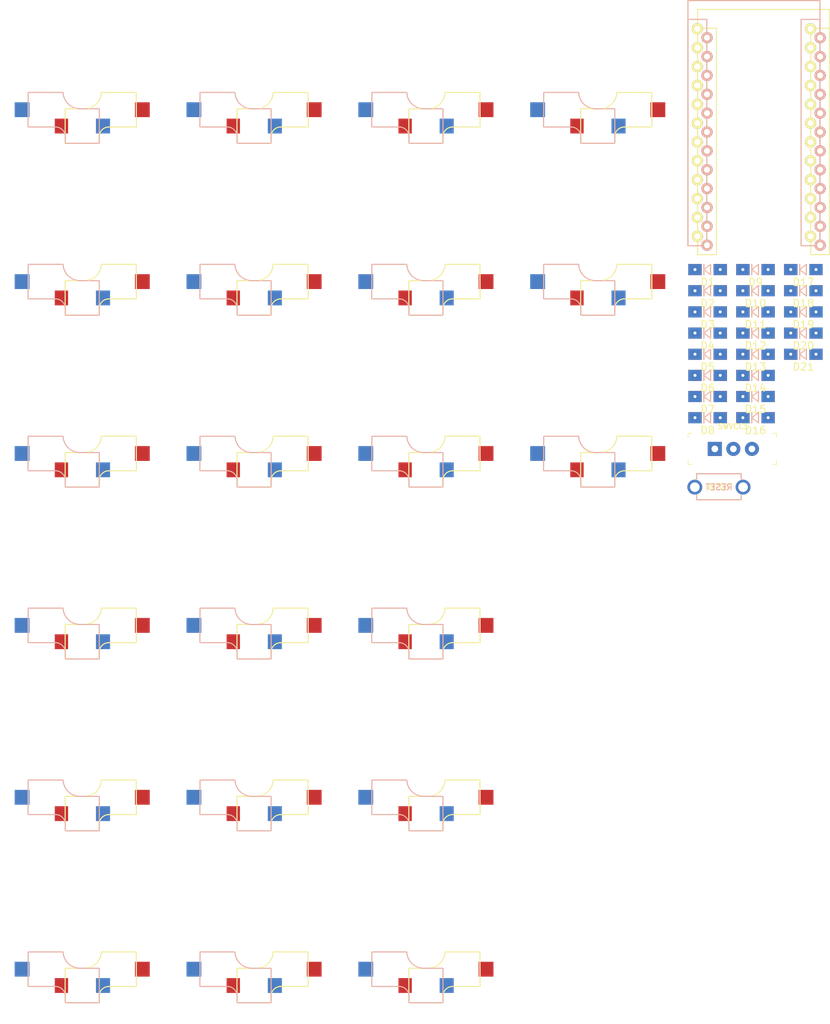
<source format=kicad_pcb>
(kicad_pcb (version 20221018) (generator pcbnew)
  (layers (0 "F.Cu" signal) (31 "B.Cu" signal) (34 "B.Paste" user) (35 "F.Paste" user) (36 "B.SilkS" user "B.Silkscreen") (37 "F.SilkS" user "F.Silkscreen") (38 "B.Mask" user) (39 "F.Mask" user) (44 "Edge.Cuts" user))
  (net 0 "")
  (net 1 "row0")
  (net 2 "Net-(D1-A)")
  (net 3 "Net-(D2-A)")
  (net 4 "Net-(D3-A)")
  (net 5 "Net-(D4-A)")
  (net 6 "Net-(D5-A)")
  (net 7 "Net-(D6-A)")
  (net 8 "row1")
  (net 9 "Net-(D7-A)")
  (net 10 "Net-(D8-A)")
  (net 11 "Net-(D9-A)")
  (net 12 "Net-(D10-A)")
  (net 13 "Net-(D11-A)")
  (net 14 "Net-(D12-A)")
  (net 15 "row2")
  (net 16 "Net-(D13-A)")
  (net 17 "Net-(D14-A)")
  (net 18 "Net-(D15-A)")
  (net 19 "Net-(D16-A)")
  (net 20 "Net-(D17-A)")
  (net 21 "Net-(D18-A)")
  (net 22 "row3")
  (net 23 "Net-(D19-A)")
  (net 24 "Net-(D20-A)")
  (net 25 "Net-(D21-A)")
  (net 26 "col0")
  (net 27 "col1")
  (net 28 "col2")
  (net 29 "col3")
  (net 30 "col4")
  (net 31 "col5")
  (net 32 "reset")
  (net 33 "GND")
  (net 35 "VCC")
  (net 36 "vcc")
  (footprint "corne-alike:Kailh_PG1350" (layer "F.Cu") (at 79.195 145.04)
    (fp_text reference "SW18" hide)
    (fp_text value "SW_PUSH" hide)
    (pad "" np_thru_hole circle (at -5.5 0 90) (size 1.9 1.9) (drill 1.9) (layers "*.Cu" "*.Mask"))
    (pad "" np_thru_hole circle (at -5 3.7 90) (size 3 3) (drill 3) (layers "*.Cu" "*.Mask"))
    (pad "" np_thru_hole circle (at 0 0 90) (size 3.5 3.5) (drill 4) (layers "F&B.Cu" "*.Mask"))
    (pad "" np_thru_hole circle (at 0 5.9 90) (size 3 3) (drill 3) (layers "*.Cu" "*.Mask"))
    (pad "" np_thru_hole circle (at 5 3.7 270) (size 3 3) (drill 3) (layers "F&B.Cu" "*.Mask"))
    (pad "" np_thru_hole circle (at 5.5 0 90) (size 1.9 1.9) (drill 1.9) (layers "*.Cu" "*.Mask"))
    (pad "1" smd rect (at -8.1 3.7 180) (size 2 2) (layers "B.Cu" "B.Paste" "B.Mask") (net 31 "col5"))
    (pad "1" smd rect (at 8.1 3.7 180) (size 2 2) (layers "F.Cu" "F.Paste" "F.Mask") (net 31 "col5"))
    (pad "2" smd rect (at -2.8 5.9 180) (size 1.8 2) (layers "F.Cu" "F.Paste" "F.Mask") (net 21 "Net-(D18-A)"))
    (pad "2" smd rect (at 2.8 5.9 180) (size 1.9 2) (layers "B.Cu" "B.Paste" "B.Mask") (net 21 "Net-(D18-A)"))
  )
  (footprint "corne-alike:D_SOD-123" (layer "F.Cu") (at 117.145 71.62)
    (fp_text reference "D7" (at 0 1.7) (layer "F.SilkS"))
    (fp_text value "1N4148W" hide)
    (pad "1" thru_hole rect (at -1.7 0) (size 1.8 1.5) (drill 0.4) (layers "*.Cu" "*.Mask") (net 8 "row1"))
    (pad "2" thru_hole rect (at 1.7 0) (size 1.8 1.5) (drill 0.4) (layers "*.Cu" "*.Mask") (net 9 "Net-(D7-A)"))
  )
  (footprint "corne-alike:D_SOD-123" (layer "F.Cu") (at 130.045 57.37)
    (fp_text reference "D18" (at 0 1.7) (layer "F.SilkS"))
    (fp_text value "1N4148W" hide)
    (pad "1" thru_hole rect (at -1.7 0) (size 1.8 1.5) (drill 0.4) (layers "*.Cu" "*.Mask") (net 15 "row2"))
    (pad "2" thru_hole rect (at 1.7 0) (size 1.8 1.5) (drill 0.4) (layers "*.Cu" "*.Mask") (net 21 "Net-(D18-A)"))
  )
  (footprint "corne-alike:Kailh_PG1350" (layer "F.Cu") (at 102.345 52.44)
    (fp_text reference "SW20" hide)
    (fp_text value "SW_PUSH" hide)
    (pad "" np_thru_hole circle (at -5.5 0 90) (size 1.9 1.9) (drill 1.9) (layers "*.Cu" "*.Mask"))
    (pad "" np_thru_hole circle (at -5 3.7 90) (size 3 3) (drill 3) (layers "*.Cu" "*.Mask"))
    (pad "" np_thru_hole circle (at 0 0 90) (size 3.5 3.5) (drill 4) (layers "F&B.Cu" "*.Mask"))
    (pad "" np_thru_hole circle (at 0 5.9 90) (size 3 3) (drill 3) (layers "*.Cu" "*.Mask"))
    (pad "" np_thru_hole circle (at 5 3.7 270) (size 3 3) (drill 3) (layers "F&B.Cu" "*.Mask"))
    (pad "" np_thru_hole circle (at 5.5 0 90) (size 1.9 1.9) (drill 1.9) (layers "*.Cu" "*.Mask"))
    (pad "1" smd rect (at -8.1 3.7 180) (size 2 2) (layers "B.Cu" "B.Paste" "B.Mask") (net 30 "col4"))
    (pad "1" smd rect (at 8.1 3.7 180) (size 2 2) (layers "F.Cu" "F.Paste" "F.Mask") (net 30 "col4"))
    (pad "2" smd rect (at -2.8 5.9 180) (size 1.8 2) (layers "F.Cu" "F.Paste" "F.Mask") (net 24 "Net-(D20-A)"))
    (pad "2" smd rect (at 2.8 5.9 180) (size 1.9 2) (layers "B.Cu" "B.Paste" "B.Mask") (net 24 "Net-(D20-A)"))
  )
  (footprint "corne-alike:D_SOD-123" (layer "F.Cu") (at 117.145 63.07)
    (fp_text reference "D4" (at 0 1.7) (layer "F.SilkS"))
    (fp_text value "1N4148W" hide)
    (pad "1" thru_hole rect (at -1.7 0) (size 1.8 1.5) (drill 0.4) (layers "*.Cu" "*.Mask") (net 1 "row0"))
    (pad "2" thru_hole rect (at 1.7 0) (size 1.8 1.5) (drill 0.4) (layers "*.Cu" "*.Mask") (net 5 "Net-(D4-A)"))
  )
  (footprint "corne-alike:Kailh_PG1350" (layer "F.Cu") (at 79.195 98.74)
    (fp_text reference "SW16" hide)
    (fp_text value "SW_PUSH" hide)
    (pad "" np_thru_hole circle (at -5.5 0 90) (size 1.9 1.9) (drill 1.9) (layers "*.Cu" "*.Mask"))
    (pad "" np_thru_hole circle (at -5 3.7 90) (size 3 3) (drill 3) (layers "*.Cu" "*.Mask"))
    (pad "" np_thru_hole circle (at 0 0 90) (size 3.5 3.5) (drill 4) (layers "F&B.Cu" "*.Mask"))
    (pad "" np_thru_hole circle (at 0 5.9 90) (size 3 3) (drill 3) (layers "*.Cu" "*.Mask"))
    (pad "" np_thru_hole circle (at 5 3.7 270) (size 3 3) (drill 3) (layers "F&B.Cu" "*.Mask"))
    (pad "" np_thru_hole circle (at 5.5 0 90) (size 1.9 1.9) (drill 1.9) (layers "*.Cu" "*.Mask"))
    (pad "1" smd rect (at -8.1 3.7 180) (size 2 2) (layers "B.Cu" "B.Paste" "B.Mask") (net 29 "col3"))
    (pad "1" smd rect (at 8.1 3.7 180) (size 2 2) (layers "F.Cu" "F.Paste" "F.Mask") (net 29 "col3"))
    (pad "2" smd rect (at -2.8 5.9 180) (size 1.8 2) (layers "F.Cu" "F.Paste" "F.Mask") (net 19 "Net-(D16-A)"))
    (pad "2" smd rect (at 2.8 5.9 180) (size 1.9 2) (layers "B.Cu" "B.Paste" "B.Mask") (net 19 "Net-(D16-A)"))
  )
  (footprint "corne-alike:D_SOD-123" (layer "F.Cu") (at 123.595 60.22)
    (fp_text reference "D11" (at 0 1.7) (layer "F.SilkS"))
    (fp_text value "1N4148W" hide)
    (pad "1" thru_hole rect (at -1.7 0) (size 1.8 1.5) (drill 0.4) (layers "*.Cu" "*.Mask") (net 8 "row1"))
    (pad "2" thru_hole rect (at 1.7 0) (size 1.8 1.5) (drill 0.4) (layers "*.Cu" "*.Mask") (net 13 "Net-(D11-A)"))
  )
  (footprint "corne-alike:Kailh_PG1350" (layer "F.Cu") (at 79.195 52.44)
    (fp_text reference "SW14" hide)
    (fp_text value "SW_PUSH" hide)
    (pad "" np_thru_hole circle (at -5.5 0 90) (size 1.9 1.9) (drill 1.9) (layers "*.Cu" "*.Mask"))
    (pad "" np_thru_hole circle (at -5 3.7 90) (size 3 3) (drill 3) (layers "*.Cu" "*.Mask"))
    (pad "" np_thru_hole circle (at 0 0 90) (size 3.5 3.5) (drill 4) (layers "F&B.Cu" "*.Mask"))
    (pad "" np_thru_hole circle (at 0 5.9 90) (size 3 3) (drill 3) (layers "*.Cu" "*.Mask"))
    (pad "" np_thru_hole circle (at 5 3.7 270) (size 3 3) (drill 3) (layers "F&B.Cu" "*.Mask"))
    (pad "" np_thru_hole circle (at 5.5 0 90) (size 1.9 1.9) (drill 1.9) (layers "*.Cu" "*.Mask"))
    (pad "1" smd rect (at -8.1 3.7 180) (size 2 2) (layers "B.Cu" "B.Paste" "B.Mask") (net 27 "col1"))
    (pad "1" smd rect (at 8.1 3.7 180) (size 2 2) (layers "F.Cu" "F.Paste" "F.Mask") (net 27 "col1"))
    (pad "2" smd rect (at -2.8 5.9 180) (size 1.8 2) (layers "F.Cu" "F.Paste" "F.Mask") (net 17 "Net-(D14-A)"))
    (pad "2" smd rect (at 2.8 5.9 180) (size 1.9 2) (layers "B.Cu" "B.Paste" "B.Mask") (net 17 "Net-(D14-A)"))
  )
  (footprint "corne-alike:D_SOD-123" (layer "F.Cu") (at 117.145 57.37)
    (fp_text reference "D2" (at 0 1.7) (layer "F.SilkS"))
    (fp_text value "1N4148W" hide)
    (pad "1" thru_hole rect (at -1.7 0) (size 1.8 1.5) (drill 0.4) (layers "*.Cu" "*.Mask") (net 1 "row0"))
    (pad "2" thru_hole rect (at 1.7 0) (size 1.8 1.5) (drill 0.4) (layers "*.Cu" "*.Mask") (net 3 "Net-(D2-A)"))
  )
  (footprint "corne-alike:Kailh_PG1350" (layer "F.Cu") (at 32.895 52.44)
    (fp_text reference "SW2" hide)
    (fp_text value "SW_PUSH" hide)
    (pad "" np_thru_hole circle (at -5.5 0 90) (size 1.9 1.9) (drill 1.9) (layers "*.Cu" "*.Mask"))
    (pad "" np_thru_hole circle (at -5 3.7 90) (size 3 3) (drill 3) (layers "*.Cu" "*.Mask"))
    (pad "" np_thru_hole circle (at 0 0 90) (size 3.5 3.5) (drill 4) (layers "F&B.Cu" "*.Mask"))
    (pad "" np_thru_hole circle (at 0 5.9 90) (size 3 3) (drill 3) (layers "*.Cu" "*.Mask"))
    (pad "" np_thru_hole circle (at 5 3.7 270) (size 3 3) (drill 3) (layers "F&B.Cu" "*.Mask"))
    (pad "" np_thru_hole circle (at 5.5 0 90) (size 1.9 1.9) (drill 1.9) (layers "*.Cu" "*.Mask"))
    (pad "1" smd rect (at -8.1 3.7 180) (size 2 2) (layers "B.Cu" "B.Paste" "B.Mask") (net 27 "col1"))
    (pad "1" smd rect (at 8.1 3.7 180) (size 2 2) (layers "F.Cu" "F.Paste" "F.Mask") (net 27 "col1"))
    (pad "2" smd rect (at -2.8 5.9 180) (size 1.8 2) (layers "F.Cu" "F.Paste" "F.Mask") (net 3 "Net-(D2-A)"))
    (pad "2" smd rect (at 2.8 5.9 180) (size 1.9 2) (layers "B.Cu" "B.Paste" "B.Mask") (net 3 "Net-(D2-A)"))
  )
  (footprint "corne-alike:D_SOD-123" (layer "F.Cu") (at 123.595 57.37)
    (fp_text reference "D10" (at 0 1.7) (layer "F.SilkS"))
    (fp_text value "1N4148W" hide)
    (pad "1" thru_hole rect (at -1.7 0) (size 1.8 1.5) (drill 0.4) (layers "*.Cu" "*.Mask") (net 8 "row1"))
    (pad "2" thru_hole rect (at 1.7 0) (size 1.8 1.5) (drill 0.4) (layers "*.Cu" "*.Mask") (net 12 "Net-(D10-A)"))
  )
  (footprint "corne-alike:D_SOD-123" (layer "F.Cu") (at 130.045 60.22)
    (fp_text reference "D19" (at 0 1.7) (layer "F.SilkS"))
    (fp_text value "1N4148W" hide)
    (pad "1" thru_hole rect (at -1.7 0) (size 1.8 1.5) (drill 0.4) (layers "*.Cu" "*.Mask") (net 22 "row3"))
    (pad "2" thru_hole rect (at 1.7 0) (size 1.8 1.5) (drill 0.4) (layers "*.Cu" "*.Mask") (net 23 "Net-(D19-A)"))
  )
  (footprint "corne-alike:D_SOD-123" (layer "F.Cu") (at 117.145 54.52)
    (fp_text reference "D1" (at 0 1.7) (layer "F.SilkS"))
    (fp_text value "1N4148W" hide)
    (pad "1" thru_hole rect (at -1.7 0) (size 1.8 1.5) (drill 0.4) (layers "*.Cu" "*.Mask") (net 1 "row0"))
    (pad "2" thru_hole rect (at 1.7 0) (size 1.8 1.5) (drill 0.4) (layers "*.Cu" "*.Mask") (net 2 "Net-(D1-A)"))
  )
  (footprint "corne-alike:SW_TVBP06" (layer "F.Cu") (at 118.67 83.82)
    (fp_text reference "SWRST1" hide)
    (fp_text value "SW_PUSH" hide)
    (fp_text user "RESET" (at 0 0) (layer "B.SilkS") (effects (font (size 0.8 0.8)) (justify mirror)))
    (fp_text user "RESET" (at 0 0 -180) (layer "F.SilkS") (effects (font (size 0.8 0.8))))
    (pad "1" thru_hole circle (at -3.25 0) (size 2 2) (drill 1.3) (layers "*.Cu" "*.Mask") (net 32 "reset"))
    (pad "2" thru_hole circle (at 3.25 0) (size 2 2) (drill 1.3) (layers "*.Cu" "*.Mask") (net 33 "GND"))
  )
  (footprint "corne-alike:D_SOD-123" (layer "F.Cu") (at 123.595 65.92)
    (fp_text reference "D13" (at 0 1.7) (layer "F.SilkS"))
    (fp_text value "1N4148W" hide)
    (pad "1" thru_hole rect (at -1.7 0) (size 1.8 1.5) (drill 0.4) (layers "*.Cu" "*.Mask") (net 15 "row2"))
    (pad "2" thru_hole rect (at 1.7 0) (size 1.8 1.5) (drill 0.4) (layers "*.Cu" "*.Mask") (net 16 "Net-(D13-A)"))
  )
  (footprint "corne-alike:D_SOD-123" (layer "F.Cu") (at 123.595 71.62)
    (fp_text reference "D15" (at 0 1.7) (layer "F.SilkS"))
    (fp_text value "1N4148W" hide)
    (pad "1" thru_hole rect (at -1.7 0) (size 1.8 1.5) (drill 0.4) (layers "*.Cu" "*.Mask") (net 15 "row2"))
    (pad "2" thru_hole rect (at 1.7 0) (size 1.8 1.5) (drill 0.4) (layers "*.Cu" "*.Mask") (net 18 "Net-(D15-A)"))
  )
  (footprint "corne-alike:Kailh_PG1350" (layer "F.Cu") (at 32.895 98.74)
    (fp_text reference "SW4" hide)
    (fp_text value "SW_PUSH" hide)
    (pad "" np_thru_hole circle (at -5.5 0 90) (size 1.9 1.9) (drill 1.9) (layers "*.Cu" "*.Mask"))
    (pad "" np_thru_hole circle (at -5 3.7 90) (size 3 3) (drill 3) (layers "*.Cu" "*.Mask"))
    (pad "" np_thru_hole circle (at 0 0 90) (size 3.5 3.5) (drill 4) (layers "F&B.Cu" "*.Mask"))
    (pad "" np_thru_hole circle (at 0 5.9 90) (size 3 3) (drill 3) (layers "*.Cu" "*.Mask"))
    (pad "" np_thru_hole circle (at 5 3.7 270) (size 3 3) (drill 3) (layers "F&B.Cu" "*.Mask"))
    (pad "" np_thru_hole circle (at 5.5 0 90) (size 1.9 1.9) (drill 1.9) (layers "*.Cu" "*.Mask"))
    (pad "1" smd rect (at -8.1 3.7 180) (size 2 2) (layers "B.Cu" "B.Paste" "B.Mask") (net 29 "col3"))
    (pad "1" smd rect (at 8.1 3.7 180) (size 2 2) (layers "F.Cu" "F.Paste" "F.Mask") (net 29 "col3"))
    (pad "2" smd rect (at -2.8 5.9 180) (size 1.8 2) (layers "F.Cu" "F.Paste" "F.Mask") (net 5 "Net-(D4-A)"))
    (pad "2" smd rect (at 2.8 5.9 180) (size 1.9 2) (layers "B.Cu" "B.Paste" "B.Mask") (net 5 "Net-(D4-A)"))
  )
  (footprint "corne-alike:Kailh_PG1350" (layer "F.Cu") (at 32.895 29.29)
    (fp_text reference "SW1" hide)
    (fp_text value "SW_PUSH" hide)
    (pad "" np_thru_hole circle (at -5.5 0 90) (size 1.9 1.9) (drill 1.9) (layers "*.Cu" "*.Mask"))
    (pad "" np_thru_hole circle (at -5 3.7 90) (size 3 3) (drill 3) (layers "*.Cu" "*.Mask"))
    (pad "" np_thru_hole circle (at 0 0 90) (size 3.5 3.5) (drill 4) (layers "F&B.Cu" "*.Mask"))
    (pad "" np_thru_hole circle (at 0 5.9 90) (size 3 3) (drill 3) (layers "*.Cu" "*.Mask"))
    (pad "" np_thru_hole circle (at 5 3.7 270) (size 3 3) (drill 3) (layers "F&B.Cu" "*.Mask"))
    (pad "" np_thru_hole circle (at 5.5 0 90) (size 1.9 1.9) (drill 1.9) (layers "*.Cu" "*.Mask"))
    (pad "1" smd rect (at -8.1 3.7 180) (size 2 2) (layers "B.Cu" "B.Paste" "B.Mask") (net 26 "col0"))
    (pad "1" smd rect (at 8.1 3.7 180) (size 2 2) (layers "F.Cu" "F.Paste" "F.Mask") (net 26 "col0"))
    (pad "2" smd rect (at -2.8 5.9 180) (size 1.8 2) (layers "F.Cu" "F.Paste" "F.Mask") (net 2 "Net-(D1-A)"))
    (pad "2" smd rect (at 2.8 5.9 180) (size 1.9 2) (layers "B.Cu" "B.Paste" "B.Mask") (net 2 "Net-(D1-A)"))
  )
  (footprint "corne-alike:D_SOD-123" (layer "F.Cu") (at 130.045 63.07)
    (fp_text reference "D20" (at 0 1.7) (layer "F.SilkS"))
    (fp_text value "1N4148W" hide)
    (pad "1" thru_hole rect (at -1.7 0) (size 1.8 1.5) (drill 0.4) (layers "*.Cu" "*.Mask") (net 22 "row3"))
    (pad "2" thru_hole rect (at 1.7 0) (size 1.8 1.5) (drill 0.4) (layers "*.Cu" "*.Mask") (net 24 "Net-(D20-A)"))
  )
  (footprint "corne-alike:nice_nano" (layer "F.Cu") (at 124.585 36.87)
    (fp_text reference "U1" hide)
    (fp_text value "nice_nano" hide)
    (pad "1" thru_hole circle (at -8.82 -14.77) (size 1.524 1.524) (drill 0.8128) (layers "*.Cu" "*.Mask" "F.SilkS"))
    (pad "1" thru_hole circle (at 7.718815 -13.574255 180) (size 1.524 1.524) (drill 0.8128) (layers "*.Cu" "*.Mask" "B.SilkS"))
    (pad "2" thru_hole circle (at -8.82 -12.23) (size 1.524 1.524) (drill 0.8128) (layers "*.Cu" "*.Mask" "F.SilkS"))
    (pad "2" thru_hole circle (at 7.718815 -11.034255 180) (size 1.524 1.524) (drill 0.8128) (layers "*.Cu" "*.Mask" "B.SilkS"))
    (pad "3" thru_hole circle (at -8.82 -9.69) (size 1.524 1.524) (drill 0.8128) (layers "*.Cu" "*.Mask" "F.SilkS") (net 33 "GND"))
    (pad "3" thru_hole circle (at 7.718815 -8.494255 180) (size 1.524 1.524) (drill 0.8128) (layers "*.Cu" "*.Mask" "B.SilkS") (net 33 "GND"))
    (pad "4" thru_hole circle (at -8.82 -7.15) (size 1.524 1.524) (drill 0.8128) (layers "*.Cu" "*.Mask" "F.SilkS") (net 33 "GND"))
    (pad "4" thru_hole circle (at 7.718815 -5.954255 180) (size 1.524 1.524) (drill 0.8128) (layers "*.Cu" "*.Mask" "B.SilkS") (net 33 "GND"))
    (pad "5" thru_hole circle (at -8.82 -4.61) (size 1.524 1.524) (drill 0.8128) (layers "*.Cu" "*.Mask" "F.SilkS"))
    (pad "5" thru_hole circle (at 7.718815 -3.414255 180) (size 1.524 1.524) (drill 0.8128) (layers "*.Cu" "*.Mask" "B.SilkS"))
    (pad "6" thru_hole circle (at -8.82 -2.07) (size 1.524 1.524) (drill 0.8128) (layers "*.Cu" "*.Mask" "F.SilkS"))
    (pad "6" thru_hole circle (at 7.718815 -0.874255 180) (size 1.524 1.524) (drill 0.8128) (layers "*.Cu" "*.Mask" "B.SilkS"))
    (pad "7" thru_hole circle (at -8.82 0.47) (size 1.524 1.524) (drill 0.8128) (layers "*.Cu" "*.Mask" "F.SilkS") (net 1 "row0"))
    (pad "7" thru_hole circle (at 7.718815 1.665745 180) (size 1.524 1.524) (drill 0.8128) (layers "*.Cu" "*.Mask" "B.SilkS") (net 1 "row0"))
    (pad "8" thru_hole circle (at -8.82 3.01) (size 1.524 1.524) (drill 0.8128) (layers "*.Cu" "*.Mask" "F.SilkS") (net 8 "row1"))
    (pad "8" thru_hole circle (at 7.718815 4.205745 180) (size 1.524 1.524) (drill 0.8128) (layers "*.Cu" "*.Mask" "B.SilkS") (net 8 "row1"))
    (pad "9" thru_hole circle (at -8.82 5.55) (size 1.524 1.524) (drill 0.8128) (layers "*.Cu" "*.Mask" "F.SilkS") (net 15 "row2"))
    (pad "9" thru_hole circle (at 7.718815 6.745745 180) (size 1.524 1.524) (drill 0.8128) (layers "*.Cu" "*.Mask" "B.SilkS") (net 15 "row2"))
    (pad "10" thru_hole circle (at -8.82 8.09) (size 1.524 1.524) (drill 0.8128) (layers "*.Cu" "*.Mask" "F.SilkS") (net 22 "row3"))
    (pad "10" thru_hole circle (at 7.718815 9.285745 180) (size 1.524 1.524) (drill 0.8128) (layers "*.Cu" "*.Mask" "B.SilkS") (net 22 "row3"))
    (pad "11" thru_hole circle (at -8.82 10.63) (size 1.524 1.524) (drill 0.8128) (layers "*.Cu" "*.Mask" "F.SilkS"))
    (pad "11" thru_hole circle (at 7.718815 11.825745 180) (size 1.524 1.524) (drill 0.8128) (layers "*.Cu" "*.Mask" "B.SilkS"))
    (pad "12" thru_hole circle (at -8.82 13.17) (size 1.524 1.524) (drill 0.8128) (layers "*.Cu" "*.Mask" "F.SilkS"))
    (pad "12" thru_hole circle (at 7.718815 14.365745 180) (size 1.524 1.524) (drill 0.8128) (layers "*.Cu" "*.Mask" "B.SilkS"))
    (pad "13" thru_hole circle (at -7.521185 14.365745 180) (size 1.524 1.524) (drill 0.8128) (layers "*.Cu" "*.Mask" "B.SilkS"))
    (pad "13" thru_hole circle (at 6.42 13.17) (size 1.524 1.524) (drill 0.8128) (layers "*.Cu" "*.Mask" "F.SilkS"))
    (pad "14" thru_hole circle (at -7.521185 11.825745 180) (size 1.524 1.524) (drill 0.8128) (layers "*.Cu" "*.Mask" "B.SilkS"))
    (pad "14" thru_hole circle (at 6.42 10.63) (size 1.524 1.524) (drill 0.8128) (layers "*.Cu" "*.Mask" "F.SilkS"))
    (pad "15" thru_hole circle (at -7.521185 9.285745 180) (size 1.524 1.524) (drill 0.8128) (layers "*.Cu" "*.Mask" "B.SilkS") (net 31 "col5"))
    (pad "15" thru_hole circle (at 6.42 8.09) (size 1.524 1.524) (drill 0.8128) (layers "*.Cu" "*.Mask" "F.SilkS") (net 31 "col5"))
    (pad "16" thru_hole circle (at -7.521185 6.745745 180) (size 1.524 1.524) (drill 0.8128) (layers "*.Cu" "*.Mask" "B.SilkS") (net 30 "col4"))
    (pad "16" thru_hole circle (at 6.42 5.55) (size 1.524 1.524) (drill 0.8128) (layers "*.Cu" "*.Mask" "F.SilkS") (net 30 "col4"))
    (pad "17" thru_hole circle (at -7.521185 4.205745 180) (size 1.524 1.524) (drill 0.8128) (layers "*.Cu" "*.Mask" "B.SilkS") (net 29 "col3"))
    (pad "17" thru_hole circle (at 6.42 3.01) (size 1.524 1.524) (drill 0.8128) (layers "*.Cu" "*.Mask" "F.SilkS") (net 29 "col3"))
    (pad "18" thru_hole circle (at -7.521185 1.665745 180) (size 1.524 1.524) (drill 0.8128) (layers "*.Cu" "*.Mask" "B.SilkS") (net 28 "col2"))
    (pad "18" thru_hole circle (at 6.42 0.47) (size 1.524 1.524) (drill 0.8128) (layers "*.Cu" "*.Mask" "F.SilkS") (net 28 "col2"))
    (pad "19" thru_hole circle (at -7.521185 -0.874255 180) (size 1.524 1.524) (drill 0.8128) (layers "*.Cu" "*.Mask" "B.SilkS") (net 27 "col1"))
    (pad "19" thru_hole circle (at 6.42 -2.07) (size 1.524 1.524) (drill 0.8128) (layers "*.Cu" "*.Mask" "F.SilkS") (net 27 "col1"))
    (pad "20" thru_hole circle (at -7.521185 -3.414255 180) (size 1.524 1.524) (drill 0.8128) (layers "*.Cu" "*.Mask" "B.SilkS") (net 26 "col0"))
    (pad "20" thru_hole circle (at 6.42 -4.61) (size 1.524 1.524) (drill 0.8128) (layers "*.Cu" "*.Mask" "F.SilkS") (net 26 "col0"))
    (pad "21" thru_hole circle (at -7.521185 -5.954255 180) (size 1.524 1.524) (drill 0.8128) (layers "*.Cu" "*.Mask" "B.SilkS") (net 36 "vcc"))
    (pad "21" thru_hole circle (at 6.42 -7.15) (size 1.524 1.524) (drill 0.8128) (layers "*.Cu" "*.Mask" "F.SilkS") (net 36 "vcc"))
    (pad "22" thru_hole circle (at -7.521185 -8.494255 180) (size 1.524 1.524) (drill 0.8128) (layers "*.Cu" "*.Mask" "B.SilkS") (net 32 "reset"))
    (pad "22" thru_hole circle (at 6.42 -9.69) (size 1.524 1.524) (drill 0.8128) (layers "*.Cu" "*.Mask" "F.SilkS") (net 32 "reset"))
    (pad "23" thru_hole circle (at -7.521185 -11.034255 180) (size 1.524 1.524) (drill 0.8128) (layers "*.Cu" "*.Mask" "B.SilkS") (net 33 "GND"))
    (pad "23" thru_hole circle (at 6.42 -12.23) (size 1.524 1.524) (drill 0.8128) (layers "*.Cu" "*.Mask" "F.SilkS") (net 33 "GND"))
    (pad "24" thru_hole circle (at -7.521185 -13.574255 180) (size 1.524 1.524) (drill 0.8128) (layers "*.Cu" "*.Mask" "B.SilkS"))
    (pad "24" thru_hole circle (at 6.42 -14.77) (size 1.524 1.524) (drill 0.8128) (layers "*.Cu" "*.Mask" "F.SilkS"))
  )
  (footprint "corne-alike:Kailh_PG1350" (layer "F.Cu") (at 56.045 98.74)
    (fp_text reference "SW10" hide)
    (fp_text value "SW_PUSH" hide)
    (pad "" np_thru_hole circle (at -5.5 0 90) (size 1.9 1.9) (drill 1.9) (layers "*.Cu" "*.Mask"))
    (pad "" np_thru_hole circle (at -5 3.7 90) (size 3 3) (drill 3) (layers "*.Cu" "*.Mask"))
    (pad "" np_thru_hole circle (at 0 0 90) (size 3.5 3.5) (drill 4) (layers "F&B.Cu" "*.Mask"))
    (pad "" np_thru_hole circle (at 0 5.9 90) (size 3 3) (drill 3) (layers "*.Cu" "*.Mask"))
    (pad "" np_thru_hole circle (at 5 3.7 270) (size 3 3) (drill 3) (layers "F&B.Cu" "*.Mask"))
    (pad "" np_thru_hole circle (at 5.5 0 90) (size 1.9 1.9) (drill 1.9) (layers "*.Cu" "*.Mask"))
    (pad "1" smd rect (at -8.1 3.7 180) (size 2 2) (layers "B.Cu" "B.Paste" "B.Mask") (net 29 "col3"))
    (pad "1" smd rect (at 8.1 3.7 180) (size 2 2) (layers "F.Cu" "F.Paste" "F.Mask") (net 29 "col3"))
    (pad "2" smd rect (at -2.8 5.9 180) (size 1.8 2) (layers "F.Cu" "F.Paste" "F.Mask") (net 12 "Net-(D10-A)"))
    (pad "2" smd rect (at 2.8 5.9 180) (size 1.9 2) (layers "B.Cu" "B.Paste" "B.Mask") (net 12 "Net-(D10-A)"))
  )
  (footprint "corne-alike:D_SOD-123" (layer "F.Cu") (at 117.145 60.22)
    (fp_text reference "D3" (at 0 1.7) (layer "F.SilkS"))
    (fp_text value "1N4148W" hide)
    (pad "1" thru_hole rect (at -1.7 0) (size 1.8 1.5) (drill 0.4) (layers "*.Cu" "*.Mask") (net 1 "row0"))
    (pad "2" thru_hole rect (at 1.7 0) (size 1.8 1.5) (drill 0.4) (layers "*.Cu" "*.Mask") (net 4 "Net-(D3-A)"))
  )
  (footprint "corne-alike:Kailh_PG1350" (layer "F.Cu") (at 79.195 29.29)
    (fp_text reference "SW13" hide)
    (fp_text value "SW_PUSH" hide)
    (pad "" np_thru_hole circle (at -5.5 0 90) (size 1.9 1.9) (drill 1.9) (layers "*.Cu" "*.Mask"))
    (pad "" np_thru_hole circle (at -5 3.7 90) (size 3 3) (drill 3) (layers "*.Cu" "*.Mask"))
    (pad "" np_thru_hole circle (at 0 0 90) (size 3.5 3.5) (drill 4) (layers "F&B.Cu" "*.Mask"))
    (pad "" np_thru_hole circle (at 0 5.9 90) (size 3 3) (drill 3) (layers "*.Cu" "*.Mask"))
    (pad "" np_thru_hole circle (at 5 3.7 270) (size 3 3) (drill 3) (layers "F&B.Cu" "*.Mask"))
    (pad "" np_thru_hole circle (at 5.5 0 90) (size 1.9 1.9) (drill 1.9) (layers "*.Cu" "*.Mask"))
    (pad "1" smd rect (at -8.1 3.7 180) (size 2 2) (layers "B.Cu" "B.Paste" "B.Mask") (net 26 "col0"))
    (pad "1" smd rect (at 8.1 3.7 180) (size 2 2) (layers "F.Cu" "F.Paste" "F.Mask") (net 26 "col0"))
    (pad "2" smd rect (at -2.8 5.9 180) (size 1.8 2) (layers "F.Cu" "F.Paste" "F.Mask") (net 16 "Net-(D13-A)"))
    (pad "2" smd rect (at 2.8 5.9 180) (size 1.9 2) (layers "B.Cu" "B.Paste" "B.Mask") (net 16 "Net-(D13-A)"))
  )
  (footprint "corne-alike:D_SOD-123" (layer "F.Cu") (at 123.595 74.47)
    (fp_text reference "D16" (at 0 1.7) (layer "F.SilkS"))
    (fp_text value "1N4148W" hide)
    (pad "1" thru_hole rect (at -1.7 0) (size 1.8 1.5) (drill 0.4) (layers "*.Cu" "*.Mask") (net 15 "row2"))
    (pad "2" thru_hole rect (at 1.7 0) (size 1.8 1.5) (drill 0.4) (layers "*.Cu" "*.Mask") (net 19 "Net-(D16-A)"))
  )
  (footprint "corne-alike:Kailh_PG1350" (layer "F.Cu") (at 56.045 75.59)
    (fp_text reference "SW9" hide)
    (fp_text value "SW_PUSH" hide)
    (pad "" np_thru_hole circle (at -5.5 0 90) (size 1.9 1.9) (drill 1.9) (layers "*.Cu" "*.Mask"))
    (pad "" np_thru_hole circle (at -5 3.7 90) (size 3 3) (drill 3) (layers "*.Cu" "*.Mask"))
    (pad "" np_thru_hole circle (at 0 0 90) (size 3.5 3.5) (drill 4) (layers "F&B.Cu" "*.Mask"))
    (pad "" np_thru_hole circle (at 0 5.9 90) (size 3 3) (drill 3) (layers "*.Cu" "*.Mask"))
    (pad "" np_thru_hole circle (at 5 3.7 270) (size 3 3) (drill 3) (layers "F&B.Cu" "*.Mask"))
    (pad "" np_thru_hole circle (at 5.5 0 90) (size 1.9 1.9) (drill 1.9) (layers "*.Cu" "*.Mask"))
    (pad "1" smd rect (at -8.1 3.7 180) (size 2 2) (layers "B.Cu" "B.Paste" "B.Mask") (net 28 "col2"))
    (pad "1" smd rect (at 8.1 3.7 180) (size 2 2) (layers "F.Cu" "F.Paste" "F.Mask") (net 28 "col2"))
    (pad "2" smd rect (at -2.8 5.9 180) (size 1.8 2) (layers "F.Cu" "F.Paste" "F.Mask") (net 11 "Net-(D9-A)"))
    (pad "2" smd rect (at 2.8 5.9 180) (size 1.9 2) (layers "B.Cu" "B.Paste" "B.Mask") (net 11 "Net-(D9-A)"))
  )
  (footprint "corne-alike:Kailh_PG1350" (layer "F.Cu") (at 56.045 29.29)
    (fp_text reference "SW7" hide)
    (fp_text value "SW_PUSH" hide)
    (pad "" np_thru_hole circle (at -5.5 0 90) (size 1.9 1.9) (drill 1.9) (layers "*.Cu" "*.Mask"))
    (pad "" np_thru_hole circle (at -5 3.7 90) (size 3 3) (drill 3) (layers "*.Cu" "*.Mask"))
    (pad "" np_thru_hole circle (at 0 0 90) (size 3.5 3.5) (drill 4) (layers "F&B.Cu" "*.Mask"))
    (pad "" np_thru_hole circle (at 0 5.9 90) (size 3 3) (drill 3) (layers "*.Cu" "*.Mask"))
    (pad "" np_thru_hole circle (at 5 3.7 270) (size 3 3) (drill 3) (layers "F&B.Cu" "*.Mask"))
    (pad "" np_thru_hole circle (at 5.5 0 90) (size 1.9 1.9) (drill 1.9) (layers "*.Cu" "*.Mask"))
    (pad "1" smd rect (at -8.1 3.7 180) (size 2 2) (layers "B.Cu" "B.Paste" "B.Mask") (net 26 "col0"))
    (pad "1" smd rect (at 8.1 3.7 180) (size 2 2) (layers "F.Cu" "F.Paste" "F.Mask") (net 26 "col0"))
    (pad "2" smd rect (at -2.8 5.9 180) (size 1.8 2) (layers "F.Cu" "F.Paste" "F.Mask") (net 9 "Net-(D7-A)"))
    (pad "2" smd rect (at 2.8 5.9 180) (size 1.9 2) (layers "B.Cu" "B.Paste" "B.Mask") (net 9 "Net-(D7-A)"))
  )
  (footprint "corne-alike:D_SOD-123" (layer "F.Cu") (at 117.145 68.77)
    (fp_text reference "D6" (at 0 1.7) (layer "F.SilkS"))
    (fp_text value "1N4148W" hide)
    (pad "1" thru_hole rect (at -1.7 0) (size 1.8 1.5) (drill 0.4) (layers "*.Cu" "*.Mask") (net 1 "row0"))
    (pad "2" thru_hole rect (at 1.7 0) (size 1.8 1.5) (drill 0.4) (layers "*.Cu" "*.Mask") (net 7 "Net-(D6-A)"))
  )
  (footprint "corne-alike:D_SOD-123" (layer "F.Cu") (at 117.145 65.92)
    (fp_text reference "D5" (at 0 1.7) (layer "F.SilkS"))
    (fp_text value "1N4148W" hide)
    (pad "1" thru_hole rect (at -1.7 0) (size 1.8 1.5) (drill 0.4) (layers "*.Cu" "*.Mask") (net 1 "row0"))
    (pad "2" thru_hole rect (at 1.7 0) (size 1.8 1.5) (drill 0.4) (layers "*.Cu" "*.Mask") (net 6 "Net-(D5-A)"))
  )
  (footprint "corne-alike:Kailh_PG1350" (layer "F.Cu") (at 32.895 121.89)
    (fp_text reference "SW5" hide)
    (fp_text value "SW_PUSH" hide)
    (pad "" np_thru_hole circle (at -5.5 0 90) (size 1.9 1.9) (drill 1.9) (layers "*.Cu" "*.Mask"))
    (pad "" np_thru_hole circle (at -5 3.7 90) (size 3 3) (drill 3) (layers "*.Cu" "*.Mask"))
    (pad "" np_thru_hole circle (at 0 0 90) (size 3.5 3.5) (drill 4) (layers "F&B.Cu" "*.Mask"))
    (pad "" np_thru_hole circle (at 0 5.9 90) (size 3 3) (drill 3) (layers "*.Cu" "*.Mask"))
    (pad "" np_thru_hole circle (at 5 3.7 270) (size 3 3) (drill 3) (layers "F&B.Cu" "*.Mask"))
    (pad "" np_thru_hole circle (at 5.5 0 90) (size 1.9 1.9) (drill 1.9) (layers "*.Cu" "*.Mask"))
    (pad "1" smd rect (at -8.1 3.7 180) (size 2 2) (layers "B.Cu" "B.Paste" "B.Mask") (net 30 "col4"))
    (pad "1" smd rect (at 8.1 3.7 180) (size 2 2) (layers "F.Cu" "F.Paste" "F.Mask") (net 30 "col4"))
    (pad "2" smd rect (at -2.8 5.9 180) (size 1.8 2) (layers "F.Cu" "F.Paste" "F.Mask") (net 6 "Net-(D5-A)"))
    (pad "2" smd rect (at 2.8 5.9 180) (size 1.9 2) (layers "B.Cu" "B.Paste" "B.Mask") (net 6 "Net-(D5-A)"))
  )
  (footprint "corne-alike:SW_EG1218" (layer "F.Cu") (at 118.115 78.67)
    (fp_text reference "SWVCC1" (at 2.49 -3.02) (layer "F.SilkS") (effects (font (size 0.7 0.7))))
    (fp_text value "SW_SPDT")
    (pad "1" thru_hole rect (at 0 0) (size 1.9 1.9) (drill 0.9) (layers "*.Cu" "*.Mask"))
    (pad "2" thru_hole circle (at 2.5 0) (size 1.9 1.9) (drill 0.9) (layers "*.Cu" "*.Mask") (net 35 "VCC"))
    (pad "3" thru_hole circle (at 5 0) (size 1.9 1.9) (drill 0.9) (layers "*.Cu" "*.Mask") (net 36 "vcc"))
  )
  (footprint "corne-alike:D_SOD-123" (layer "F.Cu") (at 123.595 54.52)
    (fp_text reference "D9" (at 0 1.7) (layer "F.SilkS"))
    (fp_text value "1N4148W" hide)
    (pad "1" thru_hole rect (at -1.7 0) (size 1.8 1.5) (drill 0.4) (layers "*.Cu" "*.Mask") (net 8 "row1"))
    (pad "2" thru_hole rect (at 1.7 0) (size 1.8 1.5) (drill 0.4) (layers "*.Cu" "*.Mask") (net 11 "Net-(D9-A)"))
  )
  (footprint "corne-alike:D_SOD-123" (layer "F.Cu") (at 123.595 68.77)
    (fp_text reference "D14" (at 0 1.7) (layer "F.SilkS"))
    (fp_text value "1N4148W" hide)
    (pad "1" thru_hole rect (at -1.7 0) (size 1.8 1.5) (drill 0.4) (layers "*.Cu" "*.Mask") (net 15 "row2"))
    (pad "2" thru_hole rect (at 1.7 0) (size 1.8 1.5) (drill 0.4) (layers "*.Cu" "*.Mask") (net 17 "Net-(D14-A)"))
  )
  (footprint "corne-alike:D_SOD-123" (layer "F.Cu") (at 123.595 63.07)
    (fp_text reference "D12" (at 0 1.7) (layer "F.SilkS"))
    (fp_text value "1N4148W" hide)
    (pad "1" thru_hole rect (at -1.7 0) (size 1.8 1.5) (drill 0.4) (layers "*.Cu" "*.Mask") (net 8 "row1"))
    (pad "2" thru_hole rect (at 1.7 0) (size 1.8 1.5) (drill 0.4) (layers "*.Cu" "*.Mask") (net 14 "Net-(D12-A)"))
  )
  (footprint "corne-alike:Kailh_PG1350" (layer "F.Cu") (at 102.345 75.59)
    (fp_text reference "SW21" hide)
    (fp_text value "SW_PUSH" hide)
    (pad "" np_thru_hole circle (at -5.5 0 90) (size 1.9 1.9) (drill 1.9) (layers "*.Cu" "*.Mask"))
    (pad "" np_thru_hole circle (at -5 3.7 90) (size 3 3) (drill 3) (layers "*.Cu" "*.Mask"))
    (pad "" np_thru_hole circle (at 0 0 90) (size 3.5 3.5) (drill 4) (layers "F&B.Cu" "*.Mask"))
    (pad "" np_thru_hole circle (at 0 5.9 90) (size 3 3) (drill 3) (layers "*.Cu" "*.Mask"))
    (pad "" np_thru_hole circle (at 5 3.7 270) (size 3 3) (drill 3) (layers "F&B.Cu" "*.Mask"))
    (pad "" np_thru_hole circle (at 5.5 0 90) (size 1.9 1.9) (drill 1.9) (layers "*.Cu" "*.Mask"))
    (pad "1" smd rect (at -8.1 3.7 180) (size 2 2) (layers "B.Cu" "B.Paste" "B.Mask") (net 31 "col5"))
    (pad "1" smd rect (at 8.1 3.7 180) (size 2 2) (layers "F.Cu" "F.Paste" "F.Mask") (net 31 "col5"))
    (pad "2" smd rect (at -2.8 5.9 180) (size 1.8 2) (layers "F.Cu" "F.Paste" "F.Mask") (net 25 "Net-(D21-A)"))
    (pad "2" smd rect (at 2.8 5.9 180) (size 1.9 2) (layers "B.Cu" "B.Paste" "B.Mask") (net 25 "Net-(D21-A)"))
  )
  (footprint "corne-alike:D_SOD-123" (layer "F.Cu") (at 117.145 74.47)
    (fp_text reference "D8" (at 0 1.7) (layer "F.SilkS"))
    (fp_text value "1N4148W" hide)
    (pad "1" thru_hole rect (at -1.7 0) (size 1.8 1.5) (drill 0.4) (layers "*.Cu" "*.Mask") (net 8 "row1"))
    (pad "2" thru_hole rect (at 1.7 0) (size 1.8 1.5) (drill 0.4) (layers "*.Cu" "*.Mask") (net 10 "Net-(D8-A)"))
  )
  (footprint "corne-alike:Kailh_PG1350" (layer "F.Cu") (at 56.045 145.04)
    (fp_text reference "SW12" hide)
    (fp_text value "SW_PUSH" hide)
    (pad "" np_thru_hole circle (at -5.5 0 90) (size 1.9 1.9) (drill 1.9) (layers "*.Cu" "*.Mask"))
    (pad "" np_thru_hole circle (at -5 3.7 90) (size 3 3) (drill 3) (layers "*.Cu" "*.Mask"))
    (pad "" np_thru_hole circle (at 0 0 90) (size 3.5 3.5) (drill 4) (layers "F&B.Cu" "*.Mask"))
    (pad "" np_thru_hole circle (at 0 5.9 90) (size 3 3) (drill 3) (layers "*.Cu" "*.Mask"))
    (pad "" np_thru_hole circle (at 5 3.7 270) (size 3 3) (drill 3) (layers "F&B.Cu" "*.Mask"))
    (pad "" np_thru_hole circle (at 5.5 0 90) (size 1.9 1.9) (drill 1.9) (layers "*.Cu" "*.Mask"))
    (pad "1" smd rect (at -8.1 3.7 180) (size 2 2) (layers "B.Cu" "B.Paste" "B.Mask") (net 31 "col5"))
    (pad "1" smd rect (at 8.1 3.7 180) (size 2 2) (layers "F.Cu" "F.Paste" "F.Mask") (net 31 "col5"))
    (pad "2" smd rect (at -2.8 5.9 180) (size 1.8 2) (layers "F.Cu" "F.Paste" "F.Mask") (net 14 "Net-(D12-A)"))
    (pad "2" smd rect (at 2.8 5.9 180) (size 1.9 2) (layers "B.Cu" "B.Paste" "B.Mask") (net 14 "Net-(D12-A)"))
  )
  (footprint "corne-alike:Kailh_PG1350" (layer "F.Cu") (at 32.895 75.59)
    (fp_text reference "SW3" hide)
    (fp_text value "SW_PUSH" hide)
    (pad "" np_thru_hole circle (at -5.5 0 90) (size 1.9 1.9) (drill 1.9) (layers "*.Cu" "*.Mask"))
    (pad "" np_thru_hole circle (at -5 3.7 90) (size 3 3) (drill 3) (layers "*.Cu" "*.Mask"))
    (pad "" np_thru_hole circle (at 0 0 90) (size 3.5 3.5) (drill 4) (layers "F&B.Cu" "*.Mask"))
    (pad "" np_thru_hole circle (at 0 5.9 90) (size 3 3) (drill 3) (layers "*.Cu" "*.Mask"))
    (pad "" np_thru_hole circle (at 5 3.7 270) (size 3 3) (drill 3) (layers "F&B.Cu" "*.Mask"))
    (pad "" np_thru_hole circle (at 5.5 0 90) (size 1.9 1.9) (drill 1.9) (layers "*.Cu" "*.Mask"))
    (pad "1" smd rect (at -8.1 3.7 180) (size 2 2) (layers "B.Cu" "B.Paste" "B.Mask") (net 28 "col2"))
    (pad "1" smd rect (at 8.1 3.7 180) (size 2 2) (layers "F.Cu" "F.Paste" "F.Mask") (net 28 "col2"))
    (pad "2" smd rect (at -2.8 5.9 180) (size 1.8 2) (layers "F.Cu" "F.Paste" "F.Mask") (net 4 "Net-(D3-A)"))
    (pad "2" smd rect (at 2.8 5.9 180) (size 1.9 2) (layers "B.Cu" "B.Paste" "B.Mask") (net 4 "Net-(D3-A)"))
  )
  (footprint "corne-alike:Kailh_PG1350" (layer "F.Cu") (at 79.195 121.89)
    (fp_text reference "SW17" hide)
    (fp_text value "SW_PUSH" hide)
    (pad "" np_thru_hole circle (at -5.5 0 90) (size 1.9 1.9) (drill 1.9) (layers "*.Cu" "*.Mask"))
    (pad "" np_thru_hole circle (at -5 3.7 90) (size 3 3) (drill 3) (layers "*.Cu" "*.Mask"))
    (pad "" np_thru_hole circle (at 0 0 90) (size 3.5 3.5) (drill 4) (layers "F&B.Cu" "*.Mask"))
    (pad "" np_thru_hole circle (at 0 5.9 90) (size 3 3) (drill 3) (layers "*.Cu" "*.Mask"))
    (pad "" np_thru_hole circle (at 5 3.7 270) (size 3 3) (drill 3) (layers "F&B.Cu" "*.Mask"))
    (pad "" np_thru_hole circle (at 5.5 0 90) (size 1.9 1.9) (drill 1.9) (layers "*.Cu" "*.Mask"))
    (pad "1" smd rect (at -8.1 3.7 180) (size 2 2) (layers "B.Cu" "B.Paste" "B.Mask") (net 30 "col4"))
    (pad "1" smd rect (at 8.1 3.7 180) (size 2 2) (layers "F.Cu" "F.Paste" "F.Mask") (net 30 "col4"))
    (pad "2" smd rect (at -2.8 5.9 180) (size 1.8 2) (layers "F.Cu" "F.Paste" "F.Mask") (net 20 "Net-(D17-A)"))
    (pad "2" smd rect (at 2.8 5.9 180) (size 1.9 2) (layers "B.Cu" "B.Paste" "B.Mask") (net 20 "Net-(D17-A)"))
  )
  (footprint "corne-alike:Kailh_PG1350" (layer "F.Cu") (at 56.045 52.44)
    (fp_text reference "SW8" hide)
    (fp_text value "SW_PUSH" hide)
    (pad "" np_thru_hole circle (at -5.5 0 90) (size 1.9 1.9) (drill 1.9) (layers "*.Cu" "*.Mask"))
    (pad "" np_thru_hole circle (at -5 3.7 90) (size 3 3) (drill 3) (layers "*.Cu" "*.Mask"))
    (pad "" np_thru_hole circle (at 0 0 90) (size 3.5 3.5) (drill 4) (layers "F&B.Cu" "*.Mask"))
    (pad "" np_thru_hole circle (at 0 5.9 90) (size 3 3) (drill 3) (layers "*.Cu" "*.Mask"))
    (pad "" np_thru_hole circle (at 5 3.7 270) (size 3 3) (drill 3) (layers "F&B.Cu" "*.Mask"))
    (pad "" np_thru_hole circle (at 5.5 0 90) (size 1.9 1.9) (drill 1.9) (layers "*.Cu" "*.Mask"))
    (pad "1" smd rect (at -8.1 3.7 180) (size 2 2) (layers "B.Cu" "B.Paste" "B.Mask") (net 27 "col1"))
    (pad "1" smd rect (at 8.1 3.7 180) (size 2 2) (layers "F.Cu" "F.Paste" "F.Mask") (net 27 "col1"))
    (pad "2" smd rect (at -2.8 5.9 180) (size 1.8 2) (layers "F.Cu" "F.Paste" "F.Mask") (net 10 "Net-(D8-A)"))
    (pad "2" smd rect (at 2.8 5.9 180) (size 1.9 2) (layers "B.Cu" "B.Paste" "B.Mask") (net 10 "Net-(D8-A)"))
  )
  (footprint "corne-alike:D_SOD-123" (layer "F.Cu") (at 130.045 54.52)
    (fp_text reference "D17" (at 0 1.7) (layer "F.SilkS"))
    (fp_text value "1N4148W" hide)
    (pad "1" thru_hole rect (at -1.7 0) (size 1.8 1.5) (drill 0.4) (layers "*.Cu" "*.Mask") (net 15 "row2"))
    (pad "2" thru_hole rect (at 1.7 0) (size 1.8 1.5) (drill 0.4) (layers "*.Cu" "*.Mask") (net 20 "Net-(D17-A)"))
  )
  (footprint "corne-alike:Kailh_PG1350" (layer "F.Cu") (at 32.895 145.04)
    (fp_text reference "SW6" hide)
    (fp_text value "SW_PUSH" hide)
    (pad "" np_thru_hole circle (at -5.5 0 90) (size 1.9 1.9) (drill 1.9) (layers "*.Cu" "*.Mask"))
    (pad "" np_thru_hole circle (at -5 3.7 90) (size 3 3) (drill 3) (layers "*.Cu" "*.Mask"))
    (pad "" np_thru_hole circle (at 0 0 90) (size 3.5 3.5) (drill 4) (layers "F&B.Cu" "*.Mask"))
    (pad "" np_thru_hole circle (at 0 5.9 90) (size 3 3) (drill 3) (layers "*.Cu" "*.Mask"))
    (pad "" np_thru_hole circle (at 5 3.7 270) (size 3 3) (drill 3) (layers "F&B.Cu" "*.Mask"))
    (pad "" np_thru_hole circle (at 5.5 0 90) (size 1.9 1.9) (drill 1.9) (layers "*.Cu" "*.Mask"))
    (pad "1" smd rect (at -8.1 3.7 180) (size 2 2) (layers "B.Cu" "B.Paste" "B.Mask") (net 31 "col5"))
    (pad "1" smd rect (at 8.1 3.7 180) (size 2 2) (layers "F.Cu" "F.Paste" "F.Mask") (net 31 "col5"))
    (pad "2" smd rect (at -2.8 5.9 180) (size 1.8 2) (layers "F.Cu" "F.Paste" "F.Mask") (net 7 "Net-(D6-A)"))
    (pad "2" smd rect (at 2.8 5.9 180) (size 1.9 2) (layers "B.Cu" "B.Paste" "B.Mask") (net 7 "Net-(D6-A)"))
  )
  (footprint "corne-alike:D_SOD-123" (layer "F.Cu") (at 130.045 65.92)
    (fp_text reference "D21" (at 0 1.7) (layer "F.SilkS"))
    (fp_text value "1N4148W" hide)
    (pad "1" thru_hole rect (at -1.7 0) (size 1.8 1.5) (drill 0.4) (layers "*.Cu" "*.Mask") (net 22 "row3"))
    (pad "2" thru_hole rect (at 1.7 0) (size 1.8 1.5) (drill 0.4) (layers "*.Cu" "*.Mask") (net 25 "Net-(D21-A)"))
  )
  (footprint "corne-alike:Kailh_PG1350" (layer "F.Cu") (at 56.045 121.89)
    (fp_text reference "SW11" hide)
    (fp_text value "SW_PUSH" hide)
    (pad "" np_thru_hole circle (at -5.5 0 90) (size 1.9 1.9) (drill 1.9) (layers "*.Cu" "*.Mask"))
    (pad "" np_thru_hole circle (at -5 3.7 90) (size 3 3) (drill 3) (layers "*.Cu" "*.Mask"))
    (pad "" np_thru_hole circle (at 0 0 90) (size 3.5 3.5) (drill 4) (layers "F&B.Cu" "*.Mask"))
    (pad "" np_thru_hole circle (at 0 5.9 90) (size 3 3) (drill 3) (layers "*.Cu" "*.Mask"))
    (pad "" np_thru_hole circle (at 5 3.7 270) (size 3 3) (drill 3) (layers "F&B.Cu" "*.Mask"))
    (pad "" np_thru_hole circle (at 5.5 0 90) (size 1.9 1.9) (drill 1.9) (layers "*.Cu" "*.Mask"))
    (pad "1" smd rect (at -8.1 3.7 180) (size 2 2) (layers "B.Cu" "B.Paste" "B.Mask") (net 30 "col4"))
    (pad "1" smd rect (at 8.1 3.7 180) (size 2 2) (layers "F.Cu" "F.Paste" "F.Mask") (net 30 "col4"))
    (pad "2" smd rect (at -2.8 5.9 180) (size 1.8 2) (layers "F.Cu" "F.Paste" "F.Mask") (net 13 "Net-(D11-A)"))
    (pad "2" smd rect (at 2.8 5.9 180) (size 1.9 2) (layers "B.Cu" "B.Paste" "B.Mask") (net 13 "Net-(D11-A)"))
  )
  (footprint "corne-alike:Kailh_PG1350" (layer "F.Cu") (at 79.195 75.59)
    (fp_text reference "SW15" hide)
    (fp_text value "SW_PUSH" hide)
    (pad "" np_thru_hole circle (at -5.5 0 90) (size 1.9 1.9) (drill 1.9) (layers "*.Cu" "*.Mask"))
    (pad "" np_thru_hole circle (at -5 3.7 90) (size 3 3) (drill 3) (layers "*.Cu" "*.Mask"))
    (pad "" np_thru_hole circle (at 0 0 90) (size 3.5 3.5) (drill 4) (layers "F&B.Cu" "*.Mask"))
    (pad "" np_thru_hole circle (at 0 5.9 90) (size 3 3) (drill 3) (layers "*.Cu" "*.Mask"))
    (pad "" np_thru_hole circle (at 5 3.7 270) (size 3 3) (drill 3) (layers "F&B.Cu" "*.Mask"))
    (pad "" np_thru_hole circle (at 5.5 0 90) (size 1.9 1.9) (drill 1.9) (layers "*.Cu" "*.Mask"))
    (pad "1" smd rect (at -8.1 3.7 180) (size 2 2) (layers "B.Cu" "B.Paste" "B.Mask") (net 28 "col2"))
    (pad "1" smd rect (at 8.1 3.7 180) (size 2 2) (layers "F.Cu" "F.Paste" "F.Mask") (net 28 "col2"))
    (pad "2" smd rect (at -2.8 5.9 180) (size 1.8 2) (layers "F.Cu" "F.Paste" "F.Mask") (net 18 "Net-(D15-A)"))
    (pad "2" smd rect (at 2.8 5.9 180) (size 1.9 2) (layers "B.Cu" "B.Paste" "B.Mask") (net 18 "Net-(D15-A)"))
  )
  (footprint "corne-alike:Kailh_PG1350" (layer "F.Cu") (at 102.345 29.29)
    (fp_text reference "SW19" hide)
    (fp_text value "SW_PUSH" hide)
    (pad "" np_thru_hole circle (at -5.5 0 90) (size 1.9 1.9) (drill 1.9) (layers "*.Cu" "*.Mask"))
    (pad "" np_thru_hole circle (at -5 3.7 90) (size 3 3) (drill 3) (layers "*.Cu" "*.Mask"))
    (pad "" np_thru_hole circle (at 0 0 90) (size 3.5 3.5) (drill 4) (layers "F&B.Cu" "*.Mask"))
    (pad "" np_thru_hole circle (at 0 5.9 90) (size 3 3) (drill 3) (layers "*.Cu" "*.Mask"))
    (pad "" np_thru_hole circle (at 5 3.7 270) (size 3 3) (drill 3) (layers "F&B.Cu" "*.Mask"))
    (pad "" np_thru_hole circle (at 5.5 0 90) (size 1.9 1.9) (drill 1.9) (layers "*.Cu" "*.Mask"))
    (pad "1" smd rect (at -8.1 3.7 180) (size 2 2) (layers "B.Cu" "B.Paste" "B.Mask") (net 29 "col3"))
    (pad "1" smd rect (at 8.1 3.7 180) (size 2 2) (layers "F.Cu" "F.Paste" "F.Mask") (net 29 "col3"))
    (pad "2" smd rect (at -2.8 5.9 180) (size 1.8 2) (layers "F.Cu" "F.Paste" "F.Mask") (net 23 "Net-(D19-A)"))
    (pad "2" smd rect (at 2.8 5.9 180) (size 1.9 2) (layers "B.Cu" "B.Paste" "B.Mask") (net 23 "Net-(D19-A)"))
  )
)
</source>
